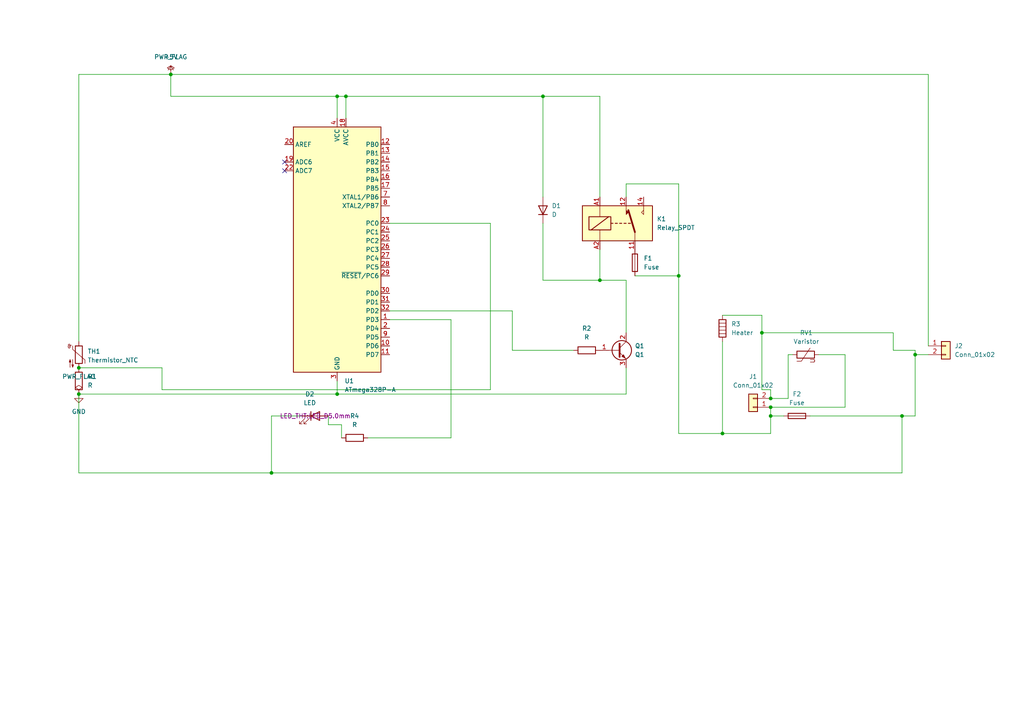
<source format=kicad_sch>
(kicad_sch (version 20250114) (generator "eeschema") (generator_version "9.0")
  (paper "A4")
  (lib_symbols
    (symbol "Connector_Generic:Conn_01x02" (pin_names (offset 1.016) (hide yes))
      (property "Reference" "J" (at 0 2.54 0))
      (property "Value" "Conn_01x02" (at 0 -5.08 0))
      (symbol "Conn_01x02_1_1"
        (rectangle (start -1.27 1.27) (end 1.27 -3.81) (stroke (width 0.254)) (fill (type background)))
        (rectangle (start -1.27 0.127) (end 0 -0.127) (stroke (width 0.1524)))
        (rectangle (start -1.27 -2.413) (end 0 -2.667) (stroke (width 0.1524)))
        (pin passive line (at -5.08 0 0) (length 3.81) (name "Pin_1") (number "1"))
        (pin passive line (at -5.08 -2.54 0) (length 3.81) (name "Pin_2") (number "2"))
      )
    )
    (symbol "Device:D" (pin_numbers (hide yes)) (pin_names (offset 1.016) (hide yes))
      (property "Reference" "D" (at 0 2.54 0))
      (property "Value" "D" (at 0 -2.54 0))
      (symbol "D_0_1"
        (polyline (pts (xy -1.27 1.27) (xy -1.27 -1.27)) (stroke (width 0.254)))
        (polyline (pts (xy 1.27 1.27) (xy 1.27 -1.27) (xy -1.27 0) (xy 1.27 1.27)) (stroke (width 0.254)))
        (polyline (pts (xy 1.27 0) (xy -1.27 0)))
      )
      (symbol "D_1_1"
        (pin passive line (at -3.81 0 0) (length 2.54) (name "K") (number "1"))
        (pin passive line (at 3.81 0 180) (length 2.54) (name "A") (number "2"))
      )
    )
    (symbol "Device:Fuse" (pin_numbers (hide yes)) (pin_names (offset 0))
      (property "Reference" "F" (at 2.032 0 90))
      (property "Value" "Fuse" (at -1.905 0 90))
      (symbol "Fuse_0_1"
        (rectangle (start -0.762 -2.54) (end 0.762 2.54) (stroke (width 0.254)))
        (polyline (pts (xy 0 2.54) (xy 0 -2.54)))
      )
      (symbol "Fuse_1_1"
        (pin passive line (at 0 3.81 270) (length 1.27) (name "~") (number "1"))
        (pin passive line (at 0 -3.81 90) (length 1.27) (name "~") (number "2"))
      )
    )
    (symbol "Device:Heater" (pin_numbers (hide yes)) (pin_names (offset 0))
      (property "Reference" "R" (at 2.032 0 90))
      (property "Value" "Heater" (at -2.032 0 90))
      (symbol "Heater_0_1"
        (polyline (pts (xy -1.016 1.524) (xy 1.016 1.524)))
        (rectangle (start -1.016 -2.54) (end 1.016 2.54) (stroke (width 0.254)))
        (polyline (pts (xy 1.016 0.508) (xy -1.016 0.508)))
        (polyline (pts (xy 1.016 -0.508) (xy -1.016 -0.508)))
        (polyline (pts (xy 1.016 -1.524) (xy -1.016 -1.524)))
      )
      (symbol "Heater_1_1"
        (pin passive line (at 0 3.81 270) (length 1.27) (name "~") (number "1"))
        (pin passive line (at 0 -3.81 90) (length 1.27) (name "~") (number "2"))
      )
    )
    (symbol "Device:LED" (pin_numbers (hide yes)) (pin_names (offset 1.016) (hide yes))
      (property "Reference" "D" (at 0 2.54 0))
      (property "Value" "LED" (at 0 -2.54 0))
      (symbol "LED_0_1"
        (polyline (pts (xy -3.048 -0.762) (xy -4.572 -2.286) (xy -3.81 -2.286) (xy -4.572 -2.286) (xy -4.572 -1.524)))
        (polyline (pts (xy -1.778 -0.762) (xy -3.302 -2.286) (xy -2.54 -2.286) (xy -3.302 -2.286) (xy -3.302 -1.524)))
        (polyline (pts (xy -1.27 0) (xy 1.27 0)))
        (polyline (pts (xy -1.27 -1.27) (xy -1.27 1.27)) (stroke (width 0.254)))
        (polyline (pts (xy 1.27 -1.27) (xy 1.27 1.27) (xy -1.27 0) (xy 1.27 -1.27)) (stroke (width 0.254)))
      )
      (symbol "LED_1_1"
        (pin passive line (at -3.81 0 0) (length 2.54) (name "K") (number "1"))
        (pin passive line (at 3.81 0 180) (length 2.54) (name "A") (number "2"))
      )
    )
    (symbol "Device:R" (pin_numbers (hide yes)) (pin_names (offset 0))
      (property "Reference" "R" (at 2.032 0 90))
      (property "Value" "R" (at 0 0 90))
      (symbol "R_0_1"
        (rectangle (start -1.016 -2.54) (end 1.016 2.54) (stroke (width 0.254)))
      )
      (symbol "R_1_1"
        (pin passive line (at 0 3.81 270) (length 1.27) (name "~") (number "1"))
        (pin passive line (at 0 -3.81 90) (length 1.27) (name "~") (number "2"))
      )
    )
    (symbol "Device:Thermistor_NTC" (pin_numbers (hide yes)) (pin_names (offset 0))
      (property "Reference" "TH" (at -4.445 0 90))
      (property "Value" "Thermistor_NTC" (at 3.175 0 90))
      (symbol "Thermistor_NTC_0_1"
        (arc (start -3.175 2.413) (mid -3.0506 2.3165) (end -3.048 2.159))
        (arc (start -3.048 2.794) (mid -2.9736 2.9736) (end -2.794 3.048))
        (arc (start -2.794 3.048) (mid -2.6144 2.9736) (end -2.54 2.794))
        (arc (start -2.794 2.54) (mid -2.9736 2.6144) (end -3.048 2.794))
        (arc (start -2.794 1.905) (mid -2.9736 1.9794) (end -3.048 2.159))
        (arc (start -2.54 2.159) (mid -2.6144 1.9794) (end -2.794 1.905))
        (arc (start -2.159 2.794) (mid -2.434 2.5608) (end -2.794 2.54))
        (polyline (pts (xy -2.54 2.159) (xy -2.54 2.794)))
        (polyline (pts (xy -2.54 -3.683) (xy -2.54 -1.397) (xy -2.794 -2.159) (xy -2.286 -2.159) (xy -2.54 -1.397) (xy -2.54 -1.651)) (fill (type outline)))
        (polyline (pts (xy -1.778 2.54) (xy -1.778 1.524) (xy 1.778 -1.524) (xy 1.778 -2.54)))
        (polyline (pts (xy -1.778 -1.397) (xy -1.778 -3.683) (xy -2.032 -2.921) (xy -1.524 -2.921) (xy -1.778 -3.683) (xy -1.778 -3.429)) (fill (type outline)))
        (rectangle (start -1.016 2.54) (end 1.016 -2.54) (stroke (width 0.254)))
      )
      (symbol "Thermistor_NTC_1_1"
        (pin passive line (at 0 3.81 270) (length 1.27) (name "~") (number "1"))
        (pin passive line (at 0 -3.81 90) (length 1.27) (name "~") (number "2"))
      )
    )
    (symbol "Device:Varistor" (pin_numbers (hide yes)) (pin_names (offset 0))
      (property "Reference" "RV" (at 3.175 0 90))
      (property "Value" "Varistor" (at -3.175 0 90))
      (symbol "Varistor_0_0"
        (text "U" (at -1.778 -2.032 0) (effects (font (size 1.27 1.27))))
      )
      (symbol "Varistor_0_1"
        (polyline (pts (xy -1.905 2.54) (xy -1.905 1.27) (xy 1.905 -1.27)))
        (rectangle (start -1.016 -2.54) (end 1.016 2.54) (stroke (width 0.254)))
      )
      (symbol "Varistor_1_1"
        (pin passive line (at 0 3.81 270) (length 1.27) (name "~") (number "1"))
        (pin passive line (at 0 -3.81 90) (length 1.27) (name "~") (number "2"))
      )
    )
    (symbol "MCU_Microchip_ATmega:ATmega328P-A"
      (property "Reference" "U" (at -12.7 36.83 0))
      (property "Value" "ATmega328P-A" (at 2.54 -36.83 0))
      (symbol "ATmega328P-A_0_1"
        (rectangle (start -12.7 -35.56) (end 12.7 35.56) (stroke (width 0.254)) (fill (type background)))
      )
      (symbol "ATmega328P-A_1_1"
        (pin passive line (at -15.24 30.48 0) (length 2.54) (name "AREF") (number "20"))
        (pin input line (at -15.24 25.4 0) (length 2.54) (name "ADC6") (number "19"))
        (pin input line (at -15.24 22.86 0) (length 2.54) (name "ADC7") (number "22"))
        (pin power_in line (at 0 38.1 270) (length 2.54) (name "VCC") (number "4"))
        (pin passive line (at 0 38.1 270) (length 2.54) (hide yes) (name "VCC") (number "6"))
        (pin passive line (at 0 -38.1 90) (length 2.54) (hide yes) (name "GND") (number "21"))
        (pin power_in line (at 0 -38.1 90) (length 2.54) (name "GND") (number "3"))
        (pin passive line (at 0 -38.1 90) (length 2.54) (hide yes) (name "GND") (number "5"))
        (pin power_in line (at 2.54 38.1 270) (length 2.54) (name "AVCC") (number "18"))
        (pin bidirectional line (at 15.24 30.48 180) (length 2.54) (name "PB0") (number "12"))
        (pin bidirectional line (at 15.24 27.94 180) (length 2.54) (name "PB1") (number "13"))
        (pin bidirectional line (at 15.24 25.4 180) (length 2.54) (name "PB2") (number "14"))
        (pin bidirectional line (at 15.24 22.86 180) (length 2.54) (name "PB3") (number "15"))
        (pin bidirectional line (at 15.24 20.32 180) (length 2.54) (name "PB4") (number "16"))
        (pin bidirectional line (at 15.24 17.78 180) (length 2.54) (name "PB5") (number "17"))
        (pin bidirectional line (at 15.24 15.24 180) (length 2.54) (name "XTAL1/PB6") (number "7"))
        (pin bidirectional line (at 15.24 12.7 180) (length 2.54) (name "XTAL2/PB7") (number "8"))
        (pin bidirectional line (at 15.24 7.62 180) (length 2.54) (name "PC0") (number "23"))
        (pin bidirectional line (at 15.24 5.08 180) (length 2.54) (name "PC1") (number "24"))
        (pin bidirectional line (at 15.24 2.54 180) (length 2.54) (name "PC2") (number "25"))
        (pin bidirectional line (at 15.24 0 180) (length 2.54) (name "PC3") (number "26"))
        (pin bidirectional line (at 15.24 -2.54 180) (length 2.54) (name "PC4") (number "27"))
        (pin bidirectional line (at 15.24 -5.08 180) (length 2.54) (name "PC5") (number "28"))
        (pin bidirectional line (at 15.24 -7.62 180) (length 2.54) (name "~{RESET}/PC6") (number "29"))
        (pin bidirectional line (at 15.24 -12.7 180) (length 2.54) (name "PD0") (number "30"))
        (pin bidirectional line (at 15.24 -15.24 180) (length 2.54) (name "PD1") (number "31"))
        (pin bidirectional line (at 15.24 -17.78 180) (length 2.54) (name "PD2") (number "32"))
        (pin bidirectional line (at 15.24 -20.32 180) (length 2.54) (name "PD3") (number "1"))
        (pin bidirectional line (at 15.24 -22.86 180) (length 2.54) (name "PD4") (number "2"))
        (pin bidirectional line (at 15.24 -25.4 180) (length 2.54) (name "PD5") (number "9"))
        (pin bidirectional line (at 15.24 -27.94 180) (length 2.54) (name "PD6") (number "10"))
        (pin bidirectional line (at 15.24 -30.48 180) (length 2.54) (name "PD7") (number "11"))
      )
    )
    (symbol "Relay:Relay_SPDT"
      (property "Reference" "K" (at 11.43 3.81 0))
      (property "Value" "Relay_SPDT" (at 11.43 1.27 0))
      (symbol "Relay_SPDT_0_0"
        (polyline (pts (xy 7.62 5.08) (xy 7.62 2.54) (xy 6.985 3.175) (xy 7.62 3.81)))
      )
      (symbol "Relay_SPDT_0_1"
        (rectangle (start -10.16 5.08) (end 10.16 -5.08) (stroke (width 0.254)) (fill (type background)))
        (rectangle (start -8.255 1.905) (end -1.905 -1.905) (stroke (width 0.254)))
        (polyline (pts (xy -7.62 -1.905) (xy -2.54 1.905)) (stroke (width 0.254)))
        (polyline (pts (xy -5.08 5.08) (xy -5.08 1.905)))
        (polyline (pts (xy -5.08 -5.08) (xy -5.08 -1.905)))
        (polyline (pts (xy -1.905 0) (xy -1.27 0)) (stroke (width 0.254)))
        (polyline (pts (xy -0.635 0) (xy 0 0)) (stroke (width 0.254)))
        (polyline (pts (xy 0.635 0) (xy 1.27 0)) (stroke (width 0.254)))
        (polyline (pts (xy 1.905 0) (xy 2.54 0)) (stroke (width 0.254)))
        (polyline (pts (xy 2.54 5.08) (xy 2.54 2.54) (xy 3.175 3.175) (xy 2.54 3.81)) (fill (type outline)))
        (polyline (pts (xy 3.175 0) (xy 3.81 0)) (stroke (width 0.254)))
        (polyline (pts (xy 5.08 -2.54) (xy 3.175 3.81)) (stroke (width 0.508)))
        (polyline (pts (xy 5.08 -2.54) (xy 5.08 -5.08)))
      )
      (symbol "Relay_SPDT_1_1"
        (pin passive line (at -5.08 7.62 270) (length 2.54) (name "~") (number "A1"))
        (pin passive line (at -5.08 -7.62 90) (length 2.54) (name "~") (number "A2"))
        (pin passive line (at 2.54 7.62 270) (length 2.54) (name "~") (number "12"))
        (pin passive line (at 5.08 -7.62 90) (length 2.54) (name "~") (number "11"))
        (pin passive line (at 7.62 7.62 270) (length 2.54) (name "~") (number "14"))
      )
    )
    (symbol "Transistor_BJT:Q_NPN_BCE" (pin_names (offset 0) (hide yes))
      (property "Reference" "Q" (at 5.08 1.27 0))
      (property "Value" "Q_NPN_BCE" (at 5.08 -1.27 0))
      (symbol "Q_NPN_BCE_0_1"
        (polyline (pts (xy -2.54 0) (xy 0.635 0)))
        (polyline (pts (xy 0.635 1.905) (xy 0.635 -1.905)) (stroke (width 0.508)))
        (circle (center 1.27 0) (radius 2.8194) (stroke (width 0.254)))
      )
      (symbol "Q_NPN_BCE_1_1"
        (polyline (pts (xy 0.635 0.635) (xy 2.54 2.54)))
        (polyline (pts (xy 0.635 -0.635) (xy 2.54 -2.54)))
        (polyline (pts (xy 1.27 -1.778) (xy 1.778 -1.27) (xy 2.286 -2.286) (xy 1.27 -1.778)) (fill (type outline)))
        (pin input line (at -5.08 0 0) (length 2.54) (name "B") (number "1"))
        (pin passive line (at 2.54 5.08 270) (length 2.54) (name "C") (number "2"))
        (pin passive line (at 2.54 -5.08 90) (length 2.54) (name "E") (number "3"))
      )
    )
    (symbol "power:+5V" (power) (pin_numbers (hide yes)) (pin_names (offset 0) (hide yes))
      (property "Value" "+5V" (at 0 3.556 0))
      (symbol "+5V_0_1"
        (polyline (pts (xy -0.762 1.27) (xy 0 2.54)))
        (polyline (pts (xy 0 2.54) (xy 0.762 1.27)))
        (polyline (pts (xy 0 0) (xy 0 2.54)))
      )
      (symbol "+5V_1_1"
        (pin power_in line (at 0 0 90) (length 0) (name "~") (number "1"))
      )
    )
    (symbol "power:GND" (power) (pin_numbers (hide yes)) (pin_names (offset 0) (hide yes))
      (property "Value" "GND" (at 0 -3.81 0))
      (symbol "GND_0_1"
        (polyline (pts (xy 0 0) (xy 0 -1.27) (xy 1.27 -1.27) (xy 0 -2.54) (xy -1.27 -1.27) (xy 0 -1.27)))
      )
      (symbol "GND_1_1"
        (pin power_in line (at 0 0 270) (length 0) (name "~") (number "1"))
      )
    )
    (symbol "power:PWR_FLAG" (power) (pin_numbers (hide yes)) (pin_names (offset 0) (hide yes))
      (property "Value" "PWR_FLAG" (at 0 3.81 0))
      (symbol "PWR_FLAG_0_0"
        (pin power_out line (at 0 0 90) (length 0) (name "~") (number "1"))
      )
      (symbol "PWR_FLAG_0_1"
        (polyline (pts (xy 0 0) (xy 0 1.27) (xy -1.016 1.905) (xy 0 2.54) (xy 1.016 1.905) (xy 0 1.27)))
      )
    )
  )
  (junction (at 22.86 114.3))
  (junction (at 261.62 120.65))
  (junction (at 265.43 102.87))
  (junction (at 100.33 27.94))
  (junction (at 78.74 137.16))
  (junction (at 22.86 106.68))
  (junction (at 97.79 27.94))
  (junction (at 157.48 27.94))
  (junction (at 223.52 115.57))
  (junction (at 223.52 118.11))
  (junction (at 223.52 120.65))
  (junction (at 49.53 21.59))
  (junction (at 220.98 96.52))
  (junction (at 209.55 125.73))
  (junction (at 97.79 114.3))
  (junction (at 196.85 80.01))
  (junction (at 173.99 81.28))
  (no_connect (at 82.55 49.53))
  (no_connect (at 82.55 46.99))
  (wire (pts (xy 157.48 27.94) (xy 157.48 57.15)))
  (wire (pts (xy 148.59 101.6) (xy 148.59 90.17)))
  (wire (pts (xy 78.74 120.65) (xy 78.74 137.16)))
  (wire (pts (xy 49.53 27.94) (xy 49.53 21.59)))
  (wire (pts (xy 157.48 64.77) (xy 157.48 81.28)))
  (wire (pts (xy 49.53 21.59) (xy 269.24 21.59)))
  (wire (pts (xy 87.63 120.65) (xy 78.74 120.65)))
  (wire (pts (xy 181.61 53.34) (xy 181.61 57.15)))
  (wire (pts (xy 173.99 57.15) (xy 173.99 27.94)))
  (wire (pts (xy 166.37 101.6) (xy 148.59 101.6)))
  (wire (pts (xy 223.52 118.11) (xy 223.52 120.65)))
  (wire (pts (xy 227.33 120.65) (xy 223.52 120.65)))
  (wire (pts (xy 184.15 80.01) (xy 196.85 80.01)))
  (wire (pts (xy 220.98 113.03) (xy 223.52 113.03)))
  (wire (pts (xy 173.99 72.39) (xy 173.99 81.28)))
  (wire (pts (xy 99.06 127) (xy 99.06 123.19)))
  (wire (pts (xy 22.86 21.59) (xy 22.86 99.06)))
  (wire (pts (xy 49.53 27.94) (xy 97.79 27.94)))
  (wire (pts (xy 157.48 81.28) (xy 173.99 81.28)))
  (wire (pts (xy 100.33 27.94) (xy 157.48 27.94)))
  (wire (pts (xy 265.43 102.87) (xy 269.24 102.87)))
  (wire (pts (xy 22.86 137.16) (xy 78.74 137.16)))
  (wire (pts (xy 22.86 137.16) (xy 22.86 114.3)))
  (wire (pts (xy 100.33 27.94) (xy 97.79 27.94)))
  (wire (pts (xy 228.6 102.87) (xy 229.87 102.87)))
  (wire (pts (xy 209.55 125.73) (xy 196.85 125.73)))
  (wire (pts (xy 223.52 115.57) (xy 228.6 115.57)))
  (wire (pts (xy 22.86 114.3) (xy 97.79 114.3)))
  (wire (pts (xy 113.03 92.71) (xy 130.81 92.71)))
  (wire (pts (xy 142.24 64.77) (xy 142.24 113.03)))
  (wire (pts (xy 113.03 64.77) (xy 142.24 64.77)))
  (wire (pts (xy 196.85 53.34) (xy 196.85 80.01)))
  (wire (pts (xy 261.62 120.65) (xy 261.62 137.16)))
  (wire (pts (xy 196.85 125.73) (xy 196.85 80.01)))
  (wire (pts (xy 209.55 125.73) (xy 209.55 99.06)))
  (wire (pts (xy 100.33 27.94) (xy 100.33 34.29)))
  (wire (pts (xy 181.61 81.28) (xy 181.61 96.52)))
  (wire (pts (xy 106.68 127) (xy 130.81 127)))
  (wire (pts (xy 259.08 101.6) (xy 265.43 101.6)))
  (wire (pts (xy 237.49 102.87) (xy 245.11 102.87)))
  (wire (pts (xy 259.08 96.52) (xy 259.08 101.6)))
  (wire (pts (xy 78.74 137.16) (xy 261.62 137.16)))
  (wire (pts (xy 228.6 115.57) (xy 228.6 102.87)))
  (wire (pts (xy 209.55 91.44) (xy 220.98 91.44)))
  (wire (pts (xy 245.11 118.11) (xy 223.52 118.11)))
  (wire (pts (xy 97.79 27.94) (xy 97.79 34.29)))
  (wire (pts (xy 173.99 27.94) (xy 157.48 27.94)))
  (wire (pts (xy 95.25 123.19) (xy 95.25 120.65)))
  (wire (pts (xy 269.24 100.33) (xy 269.24 21.59)))
  (wire (pts (xy 173.99 81.28) (xy 181.61 81.28)))
  (wire (pts (xy 97.79 114.3) (xy 181.61 114.3)))
  (wire (pts (xy 223.52 113.03) (xy 223.52 115.57)))
  (wire (pts (xy 265.43 102.87) (xy 265.43 120.65)))
  (wire (pts (xy 181.61 106.68) (xy 181.61 114.3)))
  (wire (pts (xy 220.98 96.52) (xy 259.08 96.52)))
  (wire (pts (xy 99.06 123.19) (xy 95.25 123.19)))
  (wire (pts (xy 220.98 91.44) (xy 220.98 96.52)))
  (wire (pts (xy 46.99 113.03) (xy 46.99 106.68)))
  (wire (pts (xy 265.43 101.6) (xy 265.43 102.87)))
  (wire (pts (xy 49.53 21.59) (xy 22.86 21.59)))
  (wire (pts (xy 46.99 113.03) (xy 142.24 113.03)))
  (wire (pts (xy 196.85 53.34) (xy 181.61 53.34)))
  (wire (pts (xy 223.52 125.73) (xy 209.55 125.73)))
  (wire (pts (xy 113.03 90.17) (xy 148.59 90.17)))
  (wire (pts (xy 220.98 96.52) (xy 220.98 113.03)))
  (wire (pts (xy 234.95 120.65) (xy 261.62 120.65)))
  (wire (pts (xy 223.52 120.65) (xy 223.52 125.73)))
  (wire (pts (xy 261.62 120.65) (xy 265.43 120.65)))
  (wire (pts (xy 245.11 102.87) (xy 245.11 118.11)))
  (wire (pts (xy 97.79 110.49) (xy 97.79 114.3)))
  (wire (pts (xy 130.81 92.71) (xy 130.81 127)))
  (wire (pts (xy 46.99 106.68) (xy 22.86 106.68)))
  (symbol (lib_id "Transistor_BJT:Q_NPN_BCE") (at 179.07 101.6 0) (unit 1)
    (property "Reference" "Q1" (at 184.15 100.3299 0) (effects (justify left)))
    (property "Value" "Q1" (at 184.15 102.8699 0) (effects (justify left)))
    (property "Footprint" "Package_TO_SOT_THT:TO-92_Inline" (effects (hide yes)))
    (property "Description" "NPN transistor, base/collector/emitter" (effects (hide yes)))
  )
  (symbol (lib_id "power:PWR_FLAG") (at 22.86 114.3 0) (unit 1)
    (property "Reference" "#FLG02" (effects (hide yes)))
    (property "Value" "PWR_FLAG" (at 22.86 109.22 0))
    (property "Description" "Special symbol for telling ERC where power comes from" (effects (hide yes)))
  )
  (symbol (lib_id "MCU_Microchip_ATmega:ATmega328P-A") (at 97.79 72.39 0) (unit 1)
    (property "Reference" "U1" (at 99.9333 110.49 0) (effects (justify left)))
    (property "Value" "ATmega328P-A" (at 99.9333 113.03 0) (effects (justify left)))
    (property "Footprint" "Package_DIP:DIP-32_W7.62mm" (effects (hide yes)))
    (property "Datasheet" "http://ww1.microchip.com/downloads/en/DeviceDoc/ATmega328_P%20AVR%20MCU%20with%20picoPower%20Technology%20Data%20Sheet%2040001984A.pdf" (effects (hide yes)))
    (property "Description" "20MHz, 32kB Flash, 2kB SRAM, 1kB EEPROM, TQFP-32" (effects (hide yes)))
  )
  (symbol (lib_id "power:GND") (at 22.86 114.3 0) (unit 1)
    (property "Reference" "#PWR01" (effects (hide yes)))
    (property "Value" "GND" (at 22.86 119.38 0))
    (property "Description" "Power symbol creates a global label with name \"GND\" , ground" (effects (hide yes)))
  )
  (symbol (lib_id "Relay:Relay_SPDT") (at 179.07 64.77 0) (unit 1)
    (property "Reference" "K1" (at 190.5 63.4999 0) (effects (justify left)))
    (property "Value" "Relay_SPDT" (at 190.5 66.0399 0) (effects (justify left)))
    (property "Footprint" "Relay_SMD:Relay_SPDT_AXICOM_HF3Series_50ohms_Pitch1.27mm" (effects (hide yes)))
    (property "Description" "Relay SPDT, monostable, EN50005" (effects (hide yes)))
  )
  (symbol (lib_id "Device:LED") (at 91.44 120.65 0) (unit 1)
    (property "Reference" "D2" (at 89.8525 114.3 0))
    (property "Value" "LED" (at 89.8525 116.84 0))
    (property "Footprint" "LED_THT:LED_D5.0mm" (at 91.44 120.65 0))
    (property "Description" "Light emitting diode" (effects (hide yes)))
    (property "Sim.Pins" "1=K 2=A" (effects (hide yes)))
  )
  (symbol (lib_id "Connector_Generic:Conn_01x02") (at 274.32 100.33 0) (unit 1)
    (property "Reference" "J2" (at 276.86 100.3299 0) (effects (justify left)))
    (property "Value" "Conn_01x02" (at 276.86 102.8699 0) (effects (justify left)))
    (property "Footprint" "TerminalBlock:TerminalBlock_bornier-2_P5.08mm" (effects (hide yes)))
    (property "Description" "Generic connector, single row, 01x02, script generated (kicad-library-utils/schlib/autogen/connector/)" (effects (hide yes)))
  )
  (symbol (lib_id "Device:Fuse") (at 184.15 76.2 0) (unit 1)
    (property "Reference" "F1" (at 186.69 74.9299 0) (effects (justify left)))
    (property "Value" "Fuse" (at 186.69 77.4699 0) (effects (justify left)))
    (property "Footprint" "Fuse:Fuseholder_Blade_Mini_Keystone_3568" (effects (hide yes)))
    (property "Description" "Fuse" (effects (hide yes)))
  )
  (symbol (lib_id "Device:Thermistor_NTC") (at 22.86 102.87 0) (unit 1)
    (property "Reference" "TH1" (at 25.4 101.9174 0) (effects (justify left)))
    (property "Value" "Thermistor_NTC" (at 25.4 104.4574 0) (effects (justify left)))
    (property "Footprint" "Resistor_THT:R_Axial_DIN0207_L6.3mm_D2.5mm_P7.62mm_Horizontal" (effects (hide yes)))
    (property "Description" "Temperature dependent resistor, negative temperature coefficient" (effects (hide yes)))
  )
  (symbol (lib_id "power:+5V") (at 49.53 21.59 0) (unit 1)
    (property "Reference" "#PWR02" (effects (hide yes)))
    (property "Value" "+5V" (at 49.53 16.51 0))
    (property "Description" "Power symbol creates a global label with name \"+5V\"" (effects (hide yes)))
  )
  (symbol (lib_id "Device:R") (at 22.86 110.49 0) (unit 1)
    (property "Reference" "R1" (at 25.4 109.2199 0) (effects (justify left)))
    (property "Value" "R" (at 25.4 111.7599 0) (effects (justify left)))
    (property "Footprint" "Resistor_THT:R_Axial_DIN0207_L6.3mm_D2.5mm_P7.62mm_Horizontal" (effects (hide yes)))
    (property "Description" "Resistor" (effects (hide yes)))
  )
  (symbol (lib_id "Device:R") (at 102.87 127 90) (unit 1)
    (property "Reference" "R4" (at 102.87 120.65 90))
    (property "Value" "R" (at 102.87 123.19 90))
    (property "Footprint" "Resistor_THT:R_Axial_DIN0207_L6.3mm_D2.5mm_P7.62mm_Horizontal" (effects (hide yes)))
    (property "Description" "Resistor" (effects (hide yes)))
  )
  (symbol (lib_id "Connector_Generic:Conn_01x02") (at 218.44 118.11 180) (unit 1)
    (property "Reference" "J1" (at 218.44 109.22 0))
    (property "Value" "Conn_01x02" (at 218.44 111.76 0))
    (property "Footprint" "TerminalBlock:TerminalBlock_bornier-2_P5.08mm" (effects (hide yes)))
    (property "Description" "Generic connector, single row, 01x02, script generated (kicad-library-utils/schlib/autogen/connector/)" (effects (hide yes)))
  )
  (symbol (lib_id "Device:Varistor") (at 233.68 102.87 90) (unit 1)
    (property "Reference" "RV1" (at 233.8733 96.52 90))
    (property "Value" "Varistor" (at 233.8733 99.06 90))
    (property "Footprint" "Varistor:RV_Disc_D12mm_W7.9mm_P7.5mm" (effects (hide yes)))
    (property "Description" "Voltage dependent resistor" (effects (hide yes)))
    (property "Sim.Name" "kicad_builtin_varistor" (effects (hide yes)))
    (property "Sim.Device" "SUBCKT" (effects (hide yes)))
    (property "Sim.Pins" "1=A 2=B" (effects (hide yes)))
    (property "Sim.Params" "threshold=1k" (effects (hide yes)))
    (property "Sim.Library" "${KICAD9_SYMBOL_DIR}/Simulation_SPICE.sp" (effects (hide yes)))
  )
  (symbol (lib_id "Device:D") (at 157.48 60.96 90) (unit 1)
    (property "Reference" "D1" (at 160.02 59.6899 90) (effects (justify right)))
    (property "Value" "D" (at 160.02 62.2299 90) (effects (justify right)))
    (property "Footprint" "Diode_THT:D_DO-41_SOD81_P10.16mm_Horizontal" (effects (hide yes)))
    (property "Description" "Diode" (effects (hide yes)))
    (property "Sim.Device" "D" (effects (hide yes)))
    (property "Sim.Pins" "1=K 2=A" (effects (hide yes)))
  )
  (symbol (lib_id "Device:Heater") (at 209.55 95.25 0) (unit 1)
    (property "Reference" "R3" (at 212.09 93.9799 0) (effects (justify left)))
    (property "Value" "Heater" (at 212.09 96.5199 0) (effects (justify left)))
    (property "Footprint" "TerminalBlock:TerminalBlock_bornier-2_P5.08mm" (effects (hide yes)))
    (property "Description" "Resistive heater" (effects (hide yes)))
  )
  (symbol (lib_id "Device:Fuse") (at 231.14 120.65 90) (unit 1)
    (property "Reference" "F2" (at 231.14 114.3 90))
    (property "Value" "Fuse" (at 231.14 116.84 90))
    (property "Footprint" "Fuse:Fuseholder_Blade_Mini_Keystone_3568" (effects (hide yes)))
    (property "Description" "Fuse" (effects (hide yes)))
  )
  (symbol (lib_id "power:PWR_FLAG") (at 49.53 21.59 0) (unit 1)
    (property "Reference" "#FLG01" (effects (hide yes)))
    (property "Value" "PWR_FLAG" (at 49.53 16.51 0))
    (property "Description" "Special symbol for telling ERC where power comes from" (effects (hide yes)))
  )
  (symbol (lib_id "Device:R") (at 170.18 101.6 90) (unit 1)
    (property "Reference" "R2" (at 170.18 95.25 90))
    (property "Value" "R" (at 170.18 97.79 90))
    (property "Footprint" "Resistor_THT:R_Axial_DIN0207_L6.3mm_D2.5mm_P7.62mm_Horizontal" (effects (hide yes)))
    (property "Description" "Resistor" (effects (hide yes)))
  )
)
</source>
